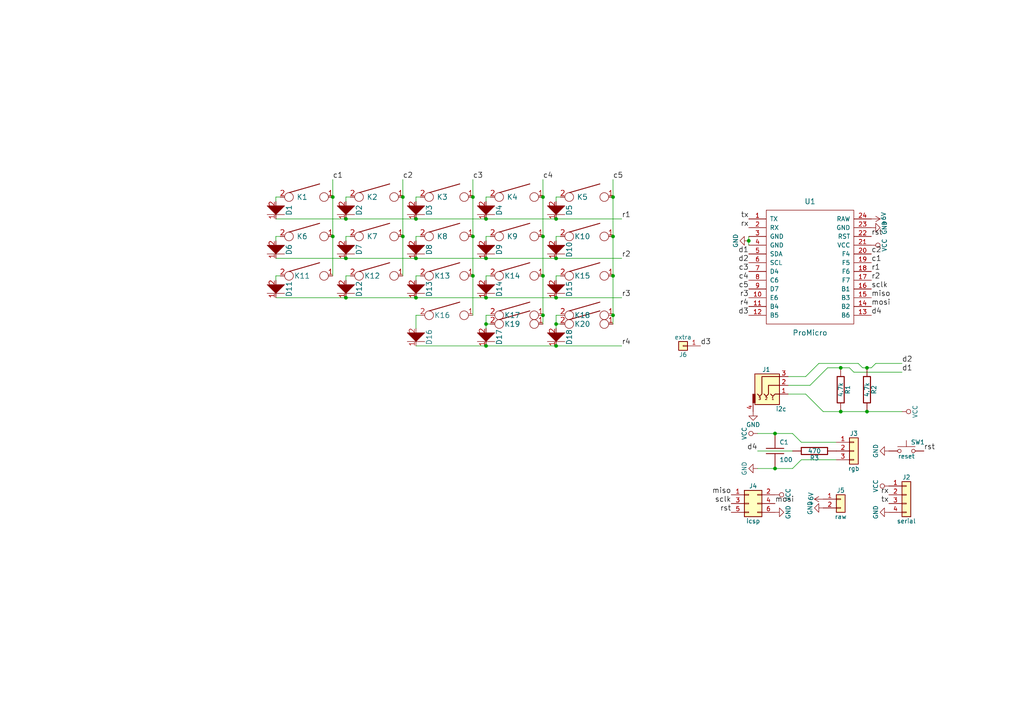
<source format=kicad_sch>
(kicad_sch (version 20230121) (generator eeschema)
  (paper "A4")
  (title_block (title "split_steno") (date "2018-03-14") (rev "1.1") (company "jtallbean"))
  (lib_symbols
    (symbol "split_steno_rev1.1:+6V" (power) (pin_names (offset 0))
      (property "Value" "+6V" (at 0 3.556 0))
      (symbol "+6V_0_1"
        (polyline (pts (xy -0.762 1.27) (xy 0 2.54)))
        (polyline (pts (xy 0 0) (xy 0 2.54)))
        (polyline (pts (xy 0 2.54) (xy 0.762 1.27)))
      )
      (symbol "+6V_1_1"
        (pin power_in line (at 0 0 90) (length 0) hide (name "+6V") (number "1"))
      )
    )
    (symbol "split_steno_rev1.1:Audio-Jack-4" (pin_names (offset 1.016))
      (property "Reference" "J" (at -1.27 2.032 0))
      (property "Value" "Audio-Jack-4" (at 3.048 -9.398 0))
      (symbol "Audio-Jack-4_0_0"
        (rectangle (start -4.572 -8.128) (end 2.54 0.762) (stroke (width 0.254)) (fill (type background)))
        (text "1" (at 0.635 -6.35 0) (effects (font (size 0.762 0.762))))
        (text "2" (at -1.27 -6.35 0) (effects (font (size 0.762 0.762))))
        (text "3" (at -3.175 -6.35 0) (effects (font (size 0.762 0.762))))
      )
      (symbol "Audio-Jack-4_0_1"
        (rectangle (start -4.445 -7.62) (end -5.207 -5.08) (fill (type outline)))
        (polyline (pts (xy 0 -5.08) (xy 0.635 -5.715) (xy 1.27 -5.08) (xy 2.54 -5.08)) (stroke (width 0.254)))
        (polyline (pts (xy -1.905 -5.08) (xy -1.27 -5.715) (xy -0.635 -5.08) (xy -0.635 -2.54) (xy 2.54 -2.54)) (stroke (width 0.254)))
        (polyline (pts (xy 2.54 0) (xy -2.54 0) (xy -2.54 -5.08) (xy -3.175 -5.715) (xy -3.81 -5.08)) (stroke (width 0.254)))
      )
      (symbol "Audio-Jack-4_1_1"
        (pin passive line (at 5.08 -5.08 180) (length 2.54) (name "~") (number "1"))
        (pin passive line (at 5.08 -2.54 180) (length 2.54) (name "~") (number "2"))
        (pin passive line (at 5.08 0 180) (length 2.54) (name "~") (number "3"))
        (pin passive line (at -5.08 -10.16 90) (length 2.54) (name "~") (number "4"))
      )
    )
    (symbol "split_steno_rev1.1:C" (pin_numbers hide) (pin_names (offset 0.254))
      (property "Reference" "C" (at 1.27 2.54 0))
      (property "Value" "C" (at 1.27 -2.54 0))
      (symbol "C_0_1"
        (polyline (pts (xy -2.54 -0.762) (xy 2.54 -0.762)) (stroke (width 0.254)))
        (polyline (pts (xy -2.54 0.762) (xy 2.54 0.762)) (stroke (width 0.254)))
      )
      (symbol "C_1_1"
        (pin passive line (at 0 5.08 270) (length 4.318) (name "~") (number "1"))
        (pin passive line (at 0 -5.08 90) (length 4.318) (name "~") (number "2"))
      )
    )
    (symbol "split_steno_rev1.1:Conn_01x01" (pin_names (offset 1.016) hide)
      (property "Reference" "J" (at 0 2.54 0))
      (property "Value" "Conn_01x01" (at 0 -2.54 0))
      (symbol "Conn_01x01_1_1"
        (rectangle (start -1.27 0.127) (end 0 -0.127) (stroke (width 0.1524)))
        (rectangle (start -1.27 1.27) (end 1.27 -1.27) (stroke (width 0.254)) (fill (type background)))
        (pin passive line (at -5.08 0 0) (length 3.81) (name "Pin_1") (number "1"))
      )
    )
    (symbol "split_steno_rev1.1:Conn_01x02" (pin_names (offset 1.016) hide)
      (property "Reference" "J" (at 0 2.54 0))
      (property "Value" "Conn_01x02" (at 0 -5.08 0))
      (symbol "Conn_01x02_1_1"
        (rectangle (start -1.27 -2.413) (end 0 -2.667) (stroke (width 0.1524)))
        (rectangle (start -1.27 0.127) (end 0 -0.127) (stroke (width 0.1524)))
        (rectangle (start -1.27 1.27) (end 1.27 -3.81) (stroke (width 0.254)) (fill (type background)))
        (pin passive line (at -5.08 0 0) (length 3.81) (name "Pin_1") (number "1"))
        (pin passive line (at -5.08 -2.54 0) (length 3.81) (name "Pin_2") (number "2"))
      )
    )
    (symbol "split_steno_rev1.1:Conn_01x03" (pin_names (offset 1.016) hide)
      (property "Reference" "J" (at 0 5.08 0))
      (property "Value" "Conn_01x03" (at 0 -5.08 0))
      (symbol "Conn_01x03_1_1"
        (rectangle (start -1.27 -2.413) (end 0 -2.667) (stroke (width 0.1524)))
        (rectangle (start -1.27 0.127) (end 0 -0.127) (stroke (width 0.1524)))
        (rectangle (start -1.27 2.667) (end 0 2.413) (stroke (width 0.1524)))
        (rectangle (start -1.27 3.81) (end 1.27 -3.81) (stroke (width 0.254)) (fill (type background)))
        (pin passive line (at -5.08 2.54 0) (length 3.81) (name "Pin_1") (number "1"))
        (pin passive line (at -5.08 0 0) (length 3.81) (name "Pin_2") (number "2"))
        (pin passive line (at -5.08 -2.54 0) (length 3.81) (name "Pin_3") (number "3"))
      )
    )
    (symbol "split_steno_rev1.1:Conn_01x04" (pin_names (offset 1.016) hide)
      (property "Reference" "J" (at 0 5.08 0))
      (property "Value" "Conn_01x04" (at 0 -7.62 0))
      (symbol "Conn_01x04_1_1"
        (rectangle (start -1.27 -4.953) (end 0 -5.207) (stroke (width 0.1524)))
        (rectangle (start -1.27 -2.413) (end 0 -2.667) (stroke (width 0.1524)))
        (rectangle (start -1.27 0.127) (end 0 -0.127) (stroke (width 0.1524)))
        (rectangle (start -1.27 2.667) (end 0 2.413) (stroke (width 0.1524)))
        (rectangle (start -1.27 3.81) (end 1.27 -6.35) (stroke (width 0.254)) (fill (type background)))
        (pin passive line (at -5.08 2.54 0) (length 3.81) (name "Pin_1") (number "1"))
        (pin passive line (at -5.08 0 0) (length 3.81) (name "Pin_2") (number "2"))
        (pin passive line (at -5.08 -2.54 0) (length 3.81) (name "Pin_3") (number "3"))
        (pin passive line (at -5.08 -5.08 0) (length 3.81) (name "Pin_4") (number "4"))
      )
    )
    (symbol "split_steno_rev1.1:Conn_02x03_Odd_Even" (pin_names (offset 1.016) hide)
      (property "Reference" "J" (at 1.27 5.08 0))
      (property "Value" "Conn_02x03_Odd_Even" (at 1.27 -5.08 0))
      (symbol "Conn_02x03_Odd_Even_1_1"
        (rectangle (start -1.27 -2.413) (end 0 -2.667) (stroke (width 0.1524)))
        (rectangle (start -1.27 0.127) (end 0 -0.127) (stroke (width 0.1524)))
        (rectangle (start -1.27 2.667) (end 0 2.413) (stroke (width 0.1524)))
        (rectangle (start -1.27 3.81) (end 3.81 -3.81) (stroke (width 0.254)) (fill (type background)))
        (rectangle (start 3.81 -2.413) (end 2.54 -2.667) (stroke (width 0.1524)))
        (rectangle (start 3.81 0.127) (end 2.54 -0.127) (stroke (width 0.1524)))
        (rectangle (start 3.81 2.667) (end 2.54 2.413) (stroke (width 0.1524)))
        (pin passive line (at -5.08 2.54 0) (length 3.81) (name "Pin_1") (number "1"))
        (pin passive line (at 7.62 2.54 180) (length 3.81) (name "Pin_2") (number "2"))
        (pin passive line (at -5.08 0 0) (length 3.81) (name "Pin_3") (number "3"))
        (pin passive line (at 7.62 0 180) (length 3.81) (name "Pin_4") (number "4"))
        (pin passive line (at -5.08 -2.54 0) (length 3.81) (name "Pin_5") (number "5"))
        (pin passive line (at 7.62 -2.54 180) (length 3.81) (name "Pin_6") (number "6"))
      )
    )
    (symbol "split_steno_rev1.1:D" (pin_names (offset 1.016))
      (property "Reference" "D" (at -3.81 -1.27 90))
      (symbol "D_0_1"
        (polyline (pts (xy -2.54 0) (xy 2.54 0)))
        (polyline (pts (xy 0 0) (xy -2.54 -2.54) (xy 2.54 -2.54) (xy 0 0)) (fill (type outline)))
      )
      (symbol "D_1_1"
        (pin passive line (at 0 1.27 270) (length 1.27) (name "~") (number "1"))
        (pin passive line (at 0 -3.81 90) (length 1.27) (name "~") (number "2"))
      )
    )
    (symbol "split_steno_rev1.1:GND" (power) (pin_names (offset 0))
      (property "Value" "GND" (at 0 -3.81 0))
      (symbol "GND_0_1"
        (polyline (pts (xy 0 0) (xy 0 -1.27) (xy 1.27 -1.27) (xy 0 -2.54) (xy -1.27 -1.27) (xy 0 -1.27)))
      )
      (symbol "GND_1_1"
        (pin power_in line (at 0 0 270) (length 0) hide (name "GND") (number "1"))
      )
    )
    (symbol "split_steno_rev1.1:KEYSW" (pin_names (offset 1.016))
      (property "Reference" "K?" (at -1.27 0 0))
      (symbol "KEYSW_0_1"
        (circle (center -5.08 0) (radius 1.27))
        (polyline (pts (xy -5.08 1.27) (xy 3.81 3.81)) (stroke (width 0.254)))
        (circle (center 5.08 0) (radius 1.27))
      )
      (symbol "KEYSW_1_1"
        (pin passive line (at 7.62 0 180) (length 1.27) (name "~") (number "1"))
        (pin passive line (at -7.62 0 0) (length 1.27) (name "~") (number "2"))
      )
    )
    (symbol "split_steno_rev1.1:ProMicro" (pin_names (offset 1.016))
      (property "Reference" "U" (at 0 24.13 0))
      (property "Value" "ProMicro" (at 0 -13.97 0))
      (symbol "ProMicro_0_1"
        (rectangle (start -12.7 21.59) (end 12.7 -11.43))
      )
      (symbol "ProMicro_1_1"
        (pin bidirectional line (at -17.78 19.05 0) (length 5.08) (name "TX") (number "1"))
        (pin bidirectional line (at -17.78 -3.81 0) (length 5.08) (name "E6") (number "10"))
        (pin bidirectional line (at -17.78 -6.35 0) (length 5.08) (name "B4") (number "11"))
        (pin bidirectional line (at -17.78 -8.89 0) (length 5.08) (name "B5") (number "12"))
        (pin bidirectional line (at 17.78 -8.89 180) (length 5.08) (name "B6") (number "13"))
        (pin bidirectional line (at 17.78 -6.35 180) (length 5.08) (name "B2") (number "14"))
        (pin bidirectional line (at 17.78 -3.81 180) (length 5.08) (name "B3") (number "15"))
        (pin bidirectional line (at 17.78 -1.27 180) (length 5.08) (name "B1") (number "16"))
        (pin bidirectional line (at 17.78 1.27 180) (length 5.08) (name "F7") (number "17"))
        (pin bidirectional line (at 17.78 3.81 180) (length 5.08) (name "F6") (number "18"))
        (pin bidirectional line (at 17.78 6.35 180) (length 5.08) (name "F5") (number "19"))
        (pin bidirectional line (at -17.78 16.51 0) (length 5.08) (name "RX") (number "2"))
        (pin bidirectional line (at 17.78 8.89 180) (length 5.08) (name "F4") (number "20"))
        (pin power_in line (at 17.78 11.43 180) (length 5.08) (name "VCC") (number "21"))
        (pin input line (at 17.78 13.97 180) (length 5.08) (name "RST") (number "22"))
        (pin power_in line (at 17.78 16.51 180) (length 5.08) (name "GND") (number "23"))
        (pin power_out line (at 17.78 19.05 180) (length 5.08) (name "RAW") (number "24"))
        (pin power_in line (at -17.78 13.97 0) (length 5.08) (name "GND") (number "3"))
        (pin power_in line (at -17.78 11.43 0) (length 5.08) (name "GND") (number "4"))
        (pin bidirectional line (at -17.78 8.89 0) (length 5.08) (name "SDA") (number "5"))
        (pin bidirectional line (at -17.78 6.35 0) (length 5.08) (name "SCL") (number "6"))
        (pin bidirectional line (at -17.78 3.81 0) (length 5.08) (name "D4") (number "7"))
        (pin bidirectional line (at -17.78 1.27 0) (length 5.08) (name "C6") (number "8"))
        (pin bidirectional line (at -17.78 -1.27 0) (length 5.08) (name "D7") (number "9"))
      )
    )
    (symbol "split_steno_rev1.1:R" (pin_numbers hide) (pin_names (offset 0))
      (property "Reference" "R" (at 2.032 0 90))
      (property "Value" "R" (at 0 0 90))
      (symbol "R_0_1"
        (rectangle (start -1.016 3.81) (end 1.016 -3.81) (stroke (width 0.3048)))
      )
      (symbol "R_1_1"
        (pin passive line (at 0 6.35 270) (length 2.54) (name "~") (number "1"))
        (pin passive line (at 0 -6.35 90) (length 2.54) (name "~") (number "2"))
      )
    )
    (symbol "split_steno_rev1.1:SW_Push" (pin_numbers hide) (pin_names (offset 1.016) hide)
      (property "Reference" "SW" (at 1.27 2.54 0))
      (property "Value" "SW_Push" (at 0 -1.524 0))
      (symbol "SW_Push_0_1"
        (circle (center -2.032 0) (radius 0.508))
        (polyline (pts (xy 0 1.27) (xy 0 3.048)))
        (polyline (pts (xy 2.54 1.27) (xy -2.54 1.27)))
        (circle (center 2.032 0) (radius 0.508))
        (pin passive line (at -5.08 0 0) (length 2.54) (name "1") (number "1"))
        (pin passive line (at 5.08 0 180) (length 2.54) (name "2") (number "2"))
      )
    )
    (symbol "split_steno_rev1.1:VCC" (power) (pin_names (offset 0))
      (property "Value" "VCC" (at 0 3.81 0))
      (symbol "VCC_0_1"
        (polyline (pts (xy 0 0) (xy 0 1.27)))
        (circle (center 0 1.905) (radius 0.635))
      )
      (symbol "VCC_1_1"
        (pin power_in line (at 0 0 90) (length 0) hide (name "VCC") (number "1"))
      )
    )
  )
  (junction (at 157.48 57.15))
  (junction (at 217.17 69.85))
  (junction (at 157.48 91.44))
  (junction (at 120.65 63.5))
  (junction (at 161.29 93.98))
  (junction (at 224.79 125.73))
  (junction (at 96.52 68.58))
  (junction (at 140.97 63.5))
  (junction (at 116.84 57.15))
  (junction (at 140.97 100.33))
  (junction (at 177.8 68.58))
  (junction (at 120.65 74.93))
  (junction (at 96.52 57.15))
  (junction (at 224.79 135.89))
  (junction (at 251.46 106.68))
  (junction (at 140.97 86.36))
  (junction (at 137.16 57.15))
  (junction (at 140.97 93.98))
  (junction (at 100.33 74.93))
  (junction (at 100.33 86.36))
  (junction (at 116.84 68.58))
  (junction (at 137.16 68.58))
  (junction (at 100.33 63.5))
  (junction (at 243.84 106.68))
  (junction (at 161.29 74.93))
  (junction (at 161.29 86.36))
  (junction (at 161.29 63.5))
  (junction (at 243.84 119.38))
  (junction (at 120.65 86.36))
  (junction (at 137.16 80.01))
  (junction (at 157.48 80.01))
  (junction (at 177.8 57.15))
  (junction (at 140.97 74.93))
  (junction (at 177.8 80.01))
  (junction (at 157.48 68.58))
  (junction (at 177.8 91.44))
  (junction (at 251.46 119.38))
  (junction (at 161.29 100.33))
  (wire (pts (xy 177.8 68.58) (xy 177.8 57.15)))
  (wire (pts (xy 252.73 106.68) (xy 254 105.41)))
  (wire (pts (xy 80.01 58.42) (xy 80.01 57.15)))
  (wire (pts (xy 140.97 100.33) (xy 161.29 100.33)))
  (wire (pts (xy 242.57 133.35) (xy 232.41 133.35)))
  (wire (pts (xy 238.76 119.38) (xy 243.84 119.38)))
  (wire (pts (xy 80.01 68.58) (xy 81.28 68.58)))
  (wire (pts (xy 80.01 74.93) (xy 100.33 74.93)))
  (wire (pts (xy 100.33 63.5) (xy 120.65 63.5)))
  (wire (pts (xy 157.48 52.07) (xy 157.48 57.15)))
  (wire (pts (xy 161.29 74.93) (xy 180.34 74.93)))
  (wire (pts (xy 250.19 106.68) (xy 251.46 106.68)))
  (wire (pts (xy 96.52 57.15) (xy 96.52 68.58)))
  (wire (pts (xy 120.65 63.5) (xy 140.97 63.5)))
  (wire (pts (xy 177.8 93.98) (xy 177.8 91.44)))
  (wire (pts (xy 229.87 130.81) (xy 219.71 130.81)))
  (wire (pts (xy 80.01 57.15) (xy 81.28 57.15)))
  (wire (pts (xy 100.33 58.42) (xy 100.33 57.15)))
  (wire (pts (xy 100.33 69.85) (xy 100.33 68.58)))
  (wire (pts (xy 96.52 68.58) (xy 96.52 80.01)))
  (wire (pts (xy 162.56 93.98) (xy 161.29 93.98)))
  (wire (pts (xy 233.68 114.3) (xy 238.76 119.38)))
  (wire (pts (xy 80.01 63.5) (xy 100.33 63.5)))
  (wire (pts (xy 228.6 111.76) (xy 234.95 111.76)))
  (wire (pts (xy 157.48 91.44) (xy 157.48 93.98)))
  (wire (pts (xy 243.84 119.38) (xy 251.46 119.38)))
  (wire (pts (xy 140.97 91.44) (xy 140.97 93.98)))
  (wire (pts (xy 116.84 68.58) (xy 116.84 80.01)))
  (wire (pts (xy 161.29 58.42) (xy 161.29 57.15)))
  (wire (pts (xy 100.33 57.15) (xy 101.6 57.15)))
  (wire (pts (xy 177.8 91.44) (xy 177.8 80.01)))
  (wire (pts (xy 96.52 52.07) (xy 96.52 57.15)))
  (wire (pts (xy 140.97 58.42) (xy 140.97 57.15)))
  (wire (pts (xy 232.41 128.27) (xy 229.87 125.73)))
  (wire (pts (xy 157.48 57.15) (xy 157.48 68.58)))
  (wire (pts (xy 120.65 91.44) (xy 120.65 95.25)))
  (wire (pts (xy 140.97 93.98) (xy 140.97 95.25)))
  (wire (pts (xy 80.01 80.01) (xy 81.28 80.01)))
  (wire (pts (xy 140.97 86.36) (xy 161.29 86.36)))
  (wire (pts (xy 161.29 91.44) (xy 161.29 93.98)))
  (wire (pts (xy 228.6 114.3) (xy 233.68 114.3)))
  (wire (pts (xy 243.84 106.68) (xy 246.38 106.68)))
  (wire (pts (xy 217.17 71.12) (xy 217.17 69.85)))
  (wire (pts (xy 161.29 91.44) (xy 162.56 91.44)))
  (wire (pts (xy 157.48 68.58) (xy 157.48 80.01)))
  (wire (pts (xy 120.65 80.01) (xy 121.92 80.01)))
  (wire (pts (xy 100.33 80.01) (xy 101.6 80.01)))
  (wire (pts (xy 116.84 57.15) (xy 116.84 68.58)))
  (wire (pts (xy 229.87 135.89) (xy 224.79 135.89)))
  (wire (pts (xy 140.97 68.58) (xy 142.24 68.58)))
  (wire (pts (xy 140.97 74.93) (xy 161.29 74.93)))
  (wire (pts (xy 237.49 105.41) (xy 248.92 105.41)))
  (wire (pts (xy 140.97 57.15) (xy 142.24 57.15)))
  (wire (pts (xy 140.97 69.85) (xy 140.97 68.58)))
  (wire (pts (xy 140.97 63.5) (xy 161.29 63.5)))
  (wire (pts (xy 228.6 109.22) (xy 233.68 109.22)))
  (wire (pts (xy 137.16 91.44) (xy 137.16 80.01)))
  (wire (pts (xy 80.01 81.28) (xy 80.01 80.01)))
  (wire (pts (xy 100.33 68.58) (xy 101.6 68.58)))
  (wire (pts (xy 161.29 81.28) (xy 161.29 80.01)))
  (wire (pts (xy 140.97 91.44) (xy 142.24 91.44)))
  (wire (pts (xy 100.33 74.93) (xy 120.65 74.93)))
  (wire (pts (xy 247.65 107.95) (xy 261.62 107.95)))
  (wire (pts (xy 242.57 128.27) (xy 232.41 128.27)))
  (wire (pts (xy 100.33 81.28) (xy 100.33 80.01)))
  (wire (pts (xy 234.95 111.76) (xy 240.03 106.68)))
  (wire (pts (xy 80.01 86.36) (xy 100.33 86.36)))
  (wire (pts (xy 177.8 80.01) (xy 177.8 68.58)))
  (wire (pts (xy 233.68 109.22) (xy 237.49 105.41)))
  (wire (pts (xy 161.29 57.15) (xy 162.56 57.15)))
  (wire (pts (xy 240.03 106.68) (xy 243.84 106.68)))
  (wire (pts (xy 120.65 58.42) (xy 120.65 57.15)))
  (wire (pts (xy 120.65 100.33) (xy 140.97 100.33)))
  (wire (pts (xy 217.17 69.85) (xy 217.17 68.58)))
  (wire (pts (xy 137.16 68.58) (xy 137.16 57.15)))
  (wire (pts (xy 137.16 57.15) (xy 137.16 52.07)))
  (wire (pts (xy 120.65 91.44) (xy 121.92 91.44)))
  (wire (pts (xy 120.65 57.15) (xy 121.92 57.15)))
  (wire (pts (xy 161.29 63.5) (xy 180.34 63.5)))
  (wire (pts (xy 120.65 68.58) (xy 121.92 68.58)))
  (wire (pts (xy 100.33 86.36) (xy 120.65 86.36)))
  (wire (pts (xy 246.38 106.68) (xy 247.65 107.95)))
  (wire (pts (xy 80.01 69.85) (xy 80.01 68.58)))
  (wire (pts (xy 140.97 93.98) (xy 142.24 93.98)))
  (wire (pts (xy 224.79 135.89) (xy 219.71 135.89)))
  (wire (pts (xy 161.29 68.58) (xy 162.56 68.58)))
  (wire (pts (xy 140.97 80.01) (xy 142.24 80.01)))
  (wire (pts (xy 120.65 86.36) (xy 140.97 86.36)))
  (wire (pts (xy 157.48 80.01) (xy 157.48 91.44)))
  (wire (pts (xy 161.29 69.85) (xy 161.29 68.58)))
  (wire (pts (xy 251.46 119.38) (xy 261.62 119.38)))
  (wire (pts (xy 248.92 105.41) (xy 250.19 106.68)))
  (wire (pts (xy 161.29 86.36) (xy 180.34 86.36)))
  (wire (pts (xy 161.29 93.98) (xy 161.29 95.25)))
  (wire (pts (xy 251.46 106.68) (xy 252.73 106.68)))
  (wire (pts (xy 161.29 80.01) (xy 162.56 80.01)))
  (wire (pts (xy 120.65 81.28) (xy 120.65 80.01)))
  (wire (pts (xy 161.29 100.33) (xy 180.34 100.33)))
  (wire (pts (xy 224.79 125.73) (xy 219.71 125.73)))
  (wire (pts (xy 254 105.41) (xy 261.62 105.41)))
  (wire (pts (xy 232.41 133.35) (xy 229.87 135.89)))
  (wire (pts (xy 229.87 125.73) (xy 224.79 125.73)))
  (wire (pts (xy 120.65 74.93) (xy 140.97 74.93)))
  (wire (pts (xy 137.16 80.01) (xy 137.16 68.58)))
  (wire (pts (xy 120.65 69.85) (xy 120.65 68.58)))
  (wire (pts (xy 116.84 52.07) (xy 116.84 57.15)))
  (wire (pts (xy 140.97 81.28) (xy 140.97 80.01)))
  (wire (pts (xy 177.8 57.15) (xy 177.8 52.07)))
  (label "tx" (at 217.17 63.5 180) (effects (font (size 1.524 1.524))))
  (label "c1" (at 96.52 52.07 0) (effects (font (size 1.524 1.524))))
  (label "sclk" (at 252.73 83.82 0) (effects (font (size 1.524 1.524))))
  (label "rx" (at 217.17 66.04 180) (effects (font (size 1.524 1.524))))
  (label "c4" (at 217.17 81.28 180) (effects (font (size 1.524 1.524))))
  (label "rst" (at 252.73 68.58 0) (effects (font (size 1.524 1.524))))
  (label "c3" (at 217.17 78.74 180) (effects (font (size 1.524 1.524))))
  (label "d1" (at 217.17 73.66 180) (effects (font (size 1.524 1.524))))
  (label "c5" (at 217.17 83.82 180) (effects (font (size 1.524 1.524))))
  (label "r2" (at 252.73 81.28 0) (effects (font (size 1.524 1.524))))
  (label "miso" (at 252.73 86.36 0) (effects (font (size 1.524 1.524))))
  (label "sclk" (at 212.09 146.05 180) (effects (font (size 1.524 1.524))))
  (label "r2" (at 180.34 74.93 0) (effects (font (size 1.524 1.524))))
  (label "r4" (at 217.17 88.9 180) (effects (font (size 1.524 1.524))))
  (label "r3" (at 180.34 86.36 0) (effects (font (size 1.524 1.524))))
  (label "c4" (at 157.48 52.07 0) (effects (font (size 1.524 1.524))))
  (label "r3" (at 217.17 86.36 180) (effects (font (size 1.524 1.524))))
  (label "rst" (at 212.09 148.59 180) (effects (font (size 1.524 1.524))))
  (label "c1" (at 252.73 76.2 0) (effects (font (size 1.524 1.524))))
  (label "c3" (at 137.16 52.07 0) (effects (font (size 1.524 1.524))))
  (label "d2" (at 261.62 105.41 0) (effects (font (size 1.524 1.524))))
  (label "d1" (at 261.62 107.95 0) (effects (font (size 1.524 1.524))))
  (label "d2" (at 217.17 76.2 180) (effects (font (size 1.524 1.524))))
  (label "mosi" (at 252.73 88.9 0) (effects (font (size 1.524 1.524))))
  (label "d4" (at 252.73 91.44 0) (effects (font (size 1.524 1.524))))
  (label "mosi" (at 224.79 146.05 0) (effects (font (size 1.524 1.524))))
  (label "d4" (at 219.71 130.81 180) (effects (font (size 1.524 1.524))))
  (label "d3" (at 217.17 91.44 180) (effects (font (size 1.524 1.524))))
  (label "r4" (at 180.34 100.33 0) (effects (font (size 1.524 1.524))))
  (label "tx" (at 257.81 146.05 180) (effects (font (size 1.524 1.524))))
  (label "c5" (at 177.8 52.07 0) (effects (font (size 1.524 1.524))))
  (label "c2" (at 116.84 52.07 0) (effects (font (size 1.524 1.524))))
  (label "miso" (at 212.09 143.51 180) (effects (font (size 1.524 1.524))))
  (label "r1" (at 180.34 63.5 0) (effects (font (size 1.524 1.524))))
  (label "r1" (at 252.73 78.74 0) (effects (font (size 1.524 1.524))))
  (label "rst" (at 267.97 130.81 0) (effects (font (size 1.524 1.524))))
  (label "d3" (at 203.2 100.33 0) (effects (font (size 1.524 1.524))))
  (label "rx" (at 257.81 143.51 180) (effects (font (size 1.524 1.524))))
  (label "c2" (at 252.73 73.66 0) (effects (font (size 1.524 1.524))))
  (symbol (lib_id "split_steno_rev1.1:ProMicro") (at 234.95 82.55 0) (unit 1)
    (property "Reference" "U1" (at 234.95 58.42 0) (effects (font (size 1.524 1.524))))
    (property "Value" "ProMicro" (at 234.95 96.52 0) (effects (font (size 1.524 1.524))))
    (property "Footprint" "lib_fp:ArduinoProMicro" (effects hide))
  )
  (symbol (lib_id "split_steno_rev1.1:Audio-Jack-4") (at 223.52 109.22 0) (unit 1)
    (property "Reference" "J1" (at 222.25 107.188 0))
    (property "Value" "i2c" (at 226.568 118.618 0))
    (property "Footprint" "lib_fp:TRRS-PJ-320A" (effects hide))
  )
  (symbol (lib_id "split_steno_rev1.1:R") (at 243.84 113.03 0) (unit 1)
    (property "Reference" "R1" (at 245.872 113.03 90))
    (property "Value" "4.7k" (at 243.84 113.03 90))
    (property "Footprint" "lib_fp:Resistor-Hybrid" (effects hide))
  )
  (symbol (lib_id "split_steno_rev1.1:R") (at 251.46 113.03 0) (unit 1)
    (property "Reference" "R2" (at 253.492 113.03 90))
    (property "Value" "4.7k" (at 251.46 113.03 90))
    (property "Footprint" "lib_fp:Resistor-Hybrid" (effects hide))
  )
  (symbol (lib_id "split_steno_rev1.1:SW_Push") (at 262.89 130.81 0) (unit 1)
    (property "Reference" "SW1" (at 264.16 128.27 0) (effects (justify left)))
    (property "Value" "reset" (at 262.89 132.334 0))
    (property "Footprint" "lib_fp:SW_Tactile_SPST_Angled_MJTP1117" (effects hide))
  )
  (symbol (lib_id "split_steno_rev1.1:GND") (at 252.73 66.04 90) (unit 1)
    (property "Reference" "#PWR01" (effects hide))
    (property "Value" "GND" (at 256.54 66.04 0))
  )
  (symbol (lib_id "split_steno_rev1.1:VCC") (at 252.73 71.12 270) (unit 1)
    (property "Reference" "#PWR02" (effects hide))
    (property "Value" "VCC" (at 256.54 71.12 0))
  )
  (symbol (lib_id "split_steno_rev1.1:GND") (at 217.17 69.85 270) (unit 1)
    (property "Reference" "#PWR03" (effects hide))
    (property "Value" "GND" (at 213.36 69.85 0))
  )
  (symbol (lib_id "split_steno_rev1.1:GND") (at 257.81 130.81 270) (unit 1)
    (property "Reference" "#PWR04" (effects hide))
    (property "Value" "GND" (at 254 130.81 0))
  )
  (symbol (lib_id "split_steno_rev1.1:GND") (at 218.44 119.38 0) (unit 1)
    (property "Reference" "#PWR05" (effects hide))
    (property "Value" "GND" (at 218.44 123.19 0))
  )
  (symbol (lib_id "split_steno_rev1.1:VCC") (at 261.62 119.38 270) (unit 1)
    (property "Reference" "#PWR06" (effects hide))
    (property "Value" "VCC" (at 265.43 119.38 0))
  )
  (symbol (lib_id "split_steno_rev1.1:Conn_02x03_Odd_Even") (at 217.17 146.05 0) (unit 1)
    (property "Reference" "J4" (at 218.44 140.97 0))
    (property "Value" "icsp" (at 218.44 151.13 0))
    (property "Footprint" "lib_fp:Pin_Header_Straight_2x03_Pitch2.54mm" (effects hide))
  )
  (symbol (lib_id "split_steno_rev1.1:VCC") (at 224.79 143.51 270) (unit 1)
    (property "Reference" "#PWR07" (effects hide))
    (property "Value" "VCC" (at 228.6 143.51 0))
  )
  (symbol (lib_id "split_steno_rev1.1:GND") (at 224.79 148.59 90) (unit 1)
    (property "Reference" "#PWR08" (effects hide))
    (property "Value" "GND" (at 228.6 148.59 0))
  )
  (symbol (lib_id "split_steno_rev1.1:Conn_01x03") (at 247.65 130.81 0) (unit 1)
    (property "Reference" "J3" (at 247.65 125.73 0))
    (property "Value" "rgb" (at 247.65 135.89 0))
    (property "Footprint" "lib_fp:Pin_Header_Straight_1x03_Pitch2.54mm" (effects hide))
  )
  (symbol (lib_id "split_steno_rev1.1:VCC") (at 219.71 125.73 90) (unit 1)
    (property "Reference" "#PWR09" (effects hide))
    (property "Value" "VCC" (at 215.9 125.73 0))
  )
  (symbol (lib_id "split_steno_rev1.1:GND") (at 219.71 135.89 270) (unit 1)
    (property "Reference" "#PWR010" (effects hide))
    (property "Value" "GND" (at 215.9 135.89 0))
  )
  (symbol (lib_id "split_steno_rev1.1:Conn_01x02") (at 243.84 144.78 0) (unit 1)
    (property "Reference" "J5" (at 243.84 142.24 0))
    (property "Value" "raw" (at 243.84 149.86 0))
    (property "Footprint" "lib_fp:Pin_Header_Straight_1x02_Pitch2.54mm" (effects hide))
  )
  (symbol (lib_id "split_steno_rev1.1:GND") (at 238.76 147.32 270) (unit 1)
    (property "Reference" "#PWR011" (effects hide))
    (property "Value" "GND" (at 234.95 147.32 0))
  )
  (symbol (lib_id "split_steno_rev1.1:Conn_01x04") (at 262.89 143.51 0) (unit 1)
    (property "Reference" "J2" (at 262.89 138.43 0))
    (property "Value" "serial" (at 262.89 151.13 0))
    (property "Footprint" "lib_fp:Pin_Header_Straight_1x04_Pitch2.54mm" (effects hide))
  )
  (symbol (lib_id "split_steno_rev1.1:VCC") (at 257.81 140.97 90) (unit 1)
    (property "Reference" "#PWR012" (effects hide))
    (property "Value" "VCC" (at 254 140.97 0))
  )
  (symbol (lib_id "split_steno_rev1.1:GND") (at 257.81 148.59 270) (unit 1)
    (property "Reference" "#PWR013" (effects hide))
    (property "Value" "GND" (at 254 148.59 0))
  )
  (symbol (lib_id "split_steno_rev1.1:Conn_01x01") (at 198.12 100.33 180) (unit 1)
    (property "Reference" "J6" (at 198.12 102.87 0))
    (property "Value" "extra" (at 198.12 97.79 0))
    (property "Footprint" "lib_fp:Pin_Header_Straight_1x01_Pitch2.54mm" (effects hide))
  )
  (symbol (lib_id "split_steno_rev1.1:C") (at 224.79 130.81 0) (unit 1)
    (property "Reference" "C1" (at 226.06 128.27 0) (effects (justify left)))
    (property "Value" "100" (at 226.06 133.35 0) (effects (justify left)))
    (property "Footprint" "lib_fp:CP_Radial_D5.0mm_P2.00mm" (effects hide))
  )
  (symbol (lib_id "split_steno_rev1.1:R") (at 236.22 130.81 270) (unit 1)
    (property "Reference" "R3" (at 236.22 132.842 90))
    (property "Value" "470" (at 236.22 130.81 90))
    (property "Footprint" "lib_fp:Resistor-Hybrid" (effects hide))
  )
  (symbol (lib_id "split_steno_rev1.1:KEYSW") (at 88.9 57.15 0) (unit 1)
    (property "Reference" "K1" (at 87.63 57.15 0) (effects (font (size 1.524 1.524))))
    (property "Value" "KEYSW" (effects hide))
    (property "Footprint" "lib_fp:Hybrid_PCB_100H_Dual_hole" (effects hide))
  )
  (symbol (lib_id "split_steno_rev1.1:D") (at 80.01 62.23 180) (unit 1)
    (property "Reference" "D1" (at 83.82 60.96 90) (effects (font (size 1.524 1.524))))
    (property "Value" "D" (effects hide))
    (property "Footprint" "lib_fp:Diode-dual" (effects hide))
  )
  (symbol (lib_id "split_steno_rev1.1:KEYSW") (at 109.22 57.15 0) (unit 1)
    (property "Reference" "K2" (at 107.95 57.15 0) (effects (font (size 1.524 1.524))))
    (property "Value" "KEYSW" (effects hide))
    (property "Footprint" "lib_fp:Hybrid_PCB_100H_Dual_hole" (effects hide))
  )
  (symbol (lib_id "split_steno_rev1.1:D") (at 100.33 62.23 180) (unit 1)
    (property "Reference" "D2" (at 104.14 60.96 90) (effects (font (size 1.524 1.524))))
    (property "Value" "D" (effects hide))
    (property "Footprint" "lib_fp:Diode-dual" (effects hide))
  )
  (symbol (lib_id "split_steno_rev1.1:KEYSW") (at 129.54 57.15 0) (unit 1)
    (property "Reference" "K3" (at 128.27 57.15 0) (effects (font (size 1.524 1.524))))
    (property "Value" "KEYSW" (effects hide))
    (property "Footprint" "lib_fp:Hybrid_PCB_100H_Dual_hole" (effects hide))
  )
  (symbol (lib_id "split_steno_rev1.1:D") (at 120.65 62.23 180) (unit 1)
    (property "Reference" "D3" (at 124.46 60.96 90) (effects (font (size 1.524 1.524))))
    (property "Value" "D" (effects hide))
    (property "Footprint" "lib_fp:Diode-dual" (effects hide))
  )
  (symbol (lib_id "split_steno_rev1.1:KEYSW") (at 149.86 57.15 0) (unit 1)
    (property "Reference" "K4" (at 148.59 57.15 0) (effects (font (size 1.524 1.524))))
    (property "Value" "KEYSW" (effects hide))
    (property "Footprint" "lib_fp:Hybrid_PCB_100H_Dual_hole-flip" (effects hide))
  )
  (symbol (lib_id "split_steno_rev1.1:D") (at 140.97 62.23 180) (unit 1)
    (property "Reference" "D4" (at 144.78 60.96 90) (effects (font (size 1.524 1.524))))
    (property "Value" "D" (effects hide))
    (property "Footprint" "lib_fp:Diode-dual" (effects hide))
  )
  (symbol (lib_id "split_steno_rev1.1:KEYSW") (at 170.18 57.15 0) (unit 1)
    (property "Reference" "K5" (at 168.91 57.15 0) (effects (font (size 1.524 1.524))))
    (property "Value" "KEYSW" (effects hide))
    (property "Footprint" "lib_fp:Hybrid_PCB_100H_Dual_hole" (effects hide))
  )
  (symbol (lib_id "split_steno_rev1.1:D") (at 161.29 62.23 180) (unit 1)
    (property "Reference" "D5" (at 165.1 60.96 90) (effects (font (size 1.524 1.524))))
    (property "Value" "D" (effects hide))
    (property "Footprint" "lib_fp:Diode-dual" (effects hide))
  )
  (symbol (lib_id "split_steno_rev1.1:KEYSW") (at 88.9 68.58 0) (unit 1)
    (property "Reference" "K6" (at 87.63 68.58 0) (effects (font (size 1.524 1.524))))
    (property "Value" "KEYSW" (effects hide))
    (property "Footprint" "lib_fp:Hybrid_PCB_100H_Dual_hole" (effects hide))
  )
  (symbol (lib_id "split_steno_rev1.1:D") (at 80.01 73.66 180) (unit 1)
    (property "Reference" "D6" (at 83.82 72.39 90) (effects (font (size 1.524 1.524))))
    (property "Value" "D" (effects hide))
    (property "Footprint" "lib_fp:Diode-dual" (effects hide))
  )
  (symbol (lib_id "split_steno_rev1.1:KEYSW") (at 109.22 68.58 0) (unit 1)
    (property "Reference" "K7" (at 107.95 68.58 0) (effects (font (size 1.524 1.524))))
    (property "Value" "KEYSW" (effects hide))
    (property "Footprint" "lib_fp:Hybrid_PCB_100H_Dual_hole" (effects hide))
  )
  (symbol (lib_id "split_steno_rev1.1:D") (at 100.33 73.66 180) (unit 1)
    (property "Reference" "D7" (at 104.14 72.39 90) (effects (font (size 1.524 1.524))))
    (property "Value" "D" (effects hide))
    (property "Footprint" "lib_fp:Diode-dual" (effects hide))
  )
  (symbol (lib_id "split_steno_rev1.1:KEYSW") (at 129.54 68.58 0) (unit 1)
    (property "Reference" "K8" (at 128.27 68.58 0) (effects (font (size 1.524 1.524))))
    (property "Value" "KEYSW" (effects hide))
    (property "Footprint" "lib_fp:Hybrid_PCB_100H_Dual_hole" (effects hide))
  )
  (symbol (lib_id "split_steno_rev1.1:D") (at 120.65 73.66 180) (unit 1)
    (property "Reference" "D8" (at 124.46 72.39 90) (effects (font (size 1.524 1.524))))
    (property "Value" "D" (effects hide))
    (property "Footprint" "lib_fp:Diode-dual" (effects hide))
  )
  (symbol (lib_id "split_steno_rev1.1:KEYSW") (at 149.86 68.58 0) (unit 1)
    (property "Reference" "K9" (at 148.59 68.58 0) (effects (font (size 1.524 1.524))))
    (property "Value" "KEYSW" (effects hide))
    (property "Footprint" "lib_fp:Hybrid_PCB_100H_Dual_hole-flip" (effects hide))
  )
  (symbol (lib_id "split_steno_rev1.1:D") (at 140.97 73.66 180) (unit 1)
    (property "Reference" "D9" (at 144.78 72.39 90) (effects (font (size 1.524 1.524))))
    (property "Value" "D" (effects hide))
    (property "Footprint" "lib_fp:Diode-dual" (effects hide))
  )
  (symbol (lib_id "split_steno_rev1.1:KEYSW") (at 170.18 68.58 0) (unit 1)
    (property "Reference" "K10" (at 168.91 68.58 0) (effects (font (size 1.524 1.524))))
    (property "Value" "KEYSW" (effects hide))
    (property "Footprint" "lib_fp:Hybrid_PCB_100H_Dual_hole-flip" (effects hide))
  )
  (symbol (lib_id "split_steno_rev1.1:D") (at 161.29 73.66 180) (unit 1)
    (property "Reference" "D10" (at 165.1 72.39 90) (effects (font (size 1.524 1.524))))
    (property "Value" "D" (effects hide))
    (property "Footprint" "lib_fp:Diode-dual" (effects hide))
  )
  (symbol (lib_id "split_steno_rev1.1:KEYSW") (at 88.9 80.01 0) (unit 1)
    (property "Reference" "K11" (at 87.63 80.01 0) (effects (font (size 1.524 1.524))))
    (property "Value" "KEYSW" (effects hide))
    (property "Footprint" "lib_fp:Hybrid_PCB_100H_Dual_hole" (effects hide))
  )
  (symbol (lib_id "split_steno_rev1.1:D") (at 80.01 85.09 180) (unit 1)
    (property "Reference" "D11" (at 83.82 83.82 90) (effects (font (size 1.524 1.524))))
    (property "Value" "D" (effects hide))
    (property "Footprint" "lib_fp:Diode-dual" (effects hide))
  )
  (symbol (lib_id "split_steno_rev1.1:KEYSW") (at 109.22 80.01 0) (unit 1)
    (property "Reference" "K12" (at 107.95 80.01 0) (effects (font (size 1.524 1.524))))
    (property "Value" "KEYSW" (effects hide))
    (property "Footprint" "lib_fp:Hybrid_PCB_100H_Dual_hole" (effects hide))
  )
  (symbol (lib_id "split_steno_rev1.1:D") (at 100.33 85.09 180) (unit 1)
    (property "Reference" "D12" (at 104.14 83.82 90) (effects (font (size 1.524 1.524))))
    (property "Value" "D" (effects hide))
    (property "Footprint" "lib_fp:Diode-dual" (effects hide))
  )
  (symbol (lib_id "split_steno_rev1.1:KEYSW") (at 129.54 80.01 0) (unit 1)
    (property "Reference" "K13" (at 128.27 80.01 0) (effects (font (size 1.524 1.524))))
    (property "Value" "KEYSW" (effects hide))
    (property "Footprint" "lib_fp:Hybrid_PCB_100H_Dual_hole" (effects hide))
  )
  (symbol (lib_id "split_steno_rev1.1:D") (at 120.65 85.09 180) (unit 1)
    (property "Reference" "D13" (at 124.46 83.82 90) (effects (font (size 1.524 1.524))))
    (property "Value" "D" (effects hide))
    (property "Footprint" "lib_fp:Diode-dual" (effects hide))
  )
  (symbol (lib_id "split_steno_rev1.1:KEYSW") (at 149.86 80.01 0) (unit 1)
    (property "Reference" "K14" (at 148.59 80.01 0) (effects (font (size 1.524 1.524))))
    (property "Value" "KEYSW" (effects hide))
    (property "Footprint" "lib_fp:Hybrid_PCB_100H_Dual_hole-flip" (effects hide))
  )
  (symbol (lib_id "split_steno_rev1.1:D") (at 140.97 85.09 180) (unit 1)
    (property "Reference" "D14" (at 144.78 83.82 90) (effects (font (size 1.524 1.524))))
    (property "Value" "D" (effects hide))
    (property "Footprint" "lib_fp:Diode-dual" (effects hide))
  )
  (symbol (lib_id "split_steno_rev1.1:KEYSW") (at 170.18 80.01 0) (unit 1)
    (property "Reference" "K15" (at 168.91 80.01 0) (effects (font (size 1.524 1.524))))
    (property "Value" "KEYSW" (effects hide))
    (property "Footprint" "lib_fp:Hybrid_PCB_100H_Dual_hole-flip" (effects hide))
  )
  (symbol (lib_id "split_steno_rev1.1:D") (at 161.29 85.09 180) (unit 1)
    (property "Reference" "D15" (at 165.1 83.82 90) (effects (font (size 1.524 1.524))))
    (property "Value" "D" (effects hide))
    (property "Footprint" "lib_fp:Diode-dual" (effects hide))
  )
  (symbol (lib_id "split_steno_rev1.1:KEYSW") (at 129.54 91.44 0) (unit 1)
    (property "Reference" "K16" (at 128.27 91.44 0) (effects (font (size 1.524 1.524))))
    (property "Value" "KEYSW" (effects hide))
    (property "Footprint" "lib_fp:Hybrid_PCB_100H_Dual_hole-flip" (effects hide))
  )
  (symbol (lib_id "split_steno_rev1.1:D") (at 120.65 99.06 180) (unit 1)
    (property "Reference" "D16" (at 124.46 97.79 90) (effects (font (size 1.524 1.524))))
    (property "Value" "D" (effects hide))
    (property "Footprint" "lib_fp:Diode-dual" (effects hide))
  )
  (symbol (lib_id "split_steno_rev1.1:KEYSW") (at 149.86 93.98 0) (unit 1)
    (property "Reference" "K19" (at 148.59 93.98 0) (effects (font (size 1.524 1.524))))
    (property "Value" "KEYSW" (effects hide))
    (property "Footprint" "lib_fp:Hybrid_PCB_200H-dual-nosilk" (effects hide))
  )
  (symbol (lib_id "split_steno_rev1.1:KEYSW") (at 149.86 91.44 0) (unit 1)
    (property "Reference" "K17" (at 148.59 91.44 0) (effects (font (size 1.524 1.524))))
    (property "Value" "KEYSW" (effects hide))
    (property "Footprint" "lib_fp:Hybrid_PCB_100H_Dual_hole-flip" (effects hide))
  )
  (symbol (lib_id "split_steno_rev1.1:D") (at 140.97 99.06 180) (unit 1)
    (property "Reference" "D17" (at 144.78 97.79 90) (effects (font (size 1.524 1.524))))
    (property "Value" "D" (effects hide))
    (property "Footprint" "lib_fp:Diode-dual" (effects hide))
  )
  (symbol (lib_id "split_steno_rev1.1:KEYSW") (at 170.18 93.98 0) (unit 1)
    (property "Reference" "K20" (at 168.91 93.98 0) (effects (font (size 1.524 1.524))))
    (property "Value" "KEYSW" (effects hide))
    (property "Footprint" "lib_fp:Hybrid_PCB_200H-dual-nosilk" (effects hide))
  )
  (symbol (lib_id "split_steno_rev1.1:KEYSW") (at 170.18 91.44 0) (unit 1)
    (property "Reference" "K18" (at 168.91 91.44 0) (effects (font (size 1.524 1.524))))
    (property "Value" "KEYSW" (effects hide))
    (property "Footprint" "lib_fp:Hybrid_PCB_100H_Dual_hole" (effects hide))
  )
  (symbol (lib_id "split_steno_rev1.1:D") (at 161.29 99.06 180) (unit 1)
    (property "Reference" "D18" (at 165.1 97.79 90) (effects (font (size 1.524 1.524))))
    (property "Value" "D" (effects hide))
    (property "Footprint" "lib_fp:Diode-dual" (effects hide))
  )
  (symbol (lib_id "split_steno_rev1.1:+6V") (at 252.73 63.5 270) (unit 1)
    (property "Reference" "#PWR014" (effects hide))
    (property "Value" "+6V" (at 256.286 63.5 0))
  )
  (symbol (lib_id "split_steno_rev1.1:+6V") (at 238.76 144.78 90) (unit 1)
    (property "Reference" "#PWR015" (effects hide))
    (property "Value" "+6V" (at 235.204 144.78 0))
  )
)
</source>
